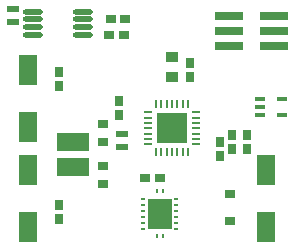
<source format=gtp>
G04 Layer_Color=8421504*
%FSLAX25Y25*%
%MOIN*%
G70*
G01*
G75*
%ADD10R,0.03937X0.01969*%
%ADD11R,0.09449X0.02992*%
%ADD12R,0.07874X0.09843*%
%ADD13O,0.01575X0.00984*%
%ADD14O,0.00984X0.01575*%
G04:AMPARAMS|DCode=15|XSize=23.62mil|YSize=31.5mil|CornerRadius=0.59mil|HoleSize=0mil|Usage=FLASHONLY|Rotation=180.000|XOffset=0mil|YOffset=0mil|HoleType=Round|Shape=RoundedRectangle|*
%AMROUNDEDRECTD15*
21,1,0.02362,0.03032,0,0,180.0*
21,1,0.02244,0.03150,0,0,180.0*
1,1,0.00118,-0.01122,0.01516*
1,1,0.00118,0.01122,0.01516*
1,1,0.00118,0.01122,-0.01516*
1,1,0.00118,-0.01122,-0.01516*
%
%ADD15ROUNDEDRECTD15*%
G04:AMPARAMS|DCode=16|XSize=39.37mil|YSize=35.43mil|CornerRadius=0.89mil|HoleSize=0mil|Usage=FLASHONLY|Rotation=0.000|XOffset=0mil|YOffset=0mil|HoleType=Round|Shape=RoundedRectangle|*
%AMROUNDEDRECTD16*
21,1,0.03937,0.03366,0,0,0.0*
21,1,0.03760,0.03543,0,0,0.0*
1,1,0.00177,0.01880,-0.01683*
1,1,0.00177,-0.01880,-0.01683*
1,1,0.00177,-0.01880,0.01683*
1,1,0.00177,0.01880,0.01683*
%
%ADD16ROUNDEDRECTD16*%
G04:AMPARAMS|DCode=17|XSize=23.62mil|YSize=31.5mil|CornerRadius=0.59mil|HoleSize=0mil|Usage=FLASHONLY|Rotation=90.000|XOffset=0mil|YOffset=0mil|HoleType=Round|Shape=RoundedRectangle|*
%AMROUNDEDRECTD17*
21,1,0.02362,0.03032,0,0,90.0*
21,1,0.02244,0.03150,0,0,90.0*
1,1,0.00118,0.01516,0.01122*
1,1,0.00118,0.01516,-0.01122*
1,1,0.00118,-0.01516,-0.01122*
1,1,0.00118,-0.01516,0.01122*
%
%ADD17ROUNDEDRECTD17*%
G04:AMPARAMS|DCode=18|XSize=35.43mil|YSize=27.56mil|CornerRadius=0.69mil|HoleSize=0mil|Usage=FLASHONLY|Rotation=0.000|XOffset=0mil|YOffset=0mil|HoleType=Round|Shape=RoundedRectangle|*
%AMROUNDEDRECTD18*
21,1,0.03543,0.02618,0,0,0.0*
21,1,0.03406,0.02756,0,0,0.0*
1,1,0.00138,0.01703,-0.01309*
1,1,0.00138,-0.01703,-0.01309*
1,1,0.00138,-0.01703,0.01309*
1,1,0.00138,0.01703,0.01309*
%
%ADD18ROUNDEDRECTD18*%
%ADD19R,0.09843X0.09843*%
%ADD20O,0.00787X0.02953*%
%ADD21O,0.02953X0.00787*%
%ADD22R,0.10630X0.05906*%
%ADD23O,0.06693X0.01772*%
%ADD24R,0.03347X0.01575*%
%ADD25R,0.05906X0.09843*%
%ADD26R,0.03543X0.03150*%
D10*
X39800Y52231D02*
D03*
Y47900D02*
D03*
X3500Y93831D02*
D03*
Y89500D02*
D03*
D11*
X90480Y91500D02*
D03*
Y86500D02*
D03*
Y81500D02*
D03*
X75520Y81500D02*
D03*
Y86500D02*
D03*
Y91500D02*
D03*
D12*
X52500Y25500D02*
D03*
D13*
X46988Y20579D02*
D03*
Y22547D02*
D03*
Y24516D02*
D03*
Y26484D02*
D03*
Y28453D02*
D03*
Y30421D02*
D03*
X58012D02*
D03*
Y28453D02*
D03*
Y26484D02*
D03*
Y24516D02*
D03*
Y22547D02*
D03*
Y20579D02*
D03*
D14*
X51516Y32980D02*
D03*
X53484D02*
D03*
Y18020D02*
D03*
X51516D02*
D03*
D15*
X19000Y23638D02*
D03*
Y28362D02*
D03*
X72500Y44638D02*
D03*
Y49362D02*
D03*
X76500Y47138D02*
D03*
Y51862D02*
D03*
X81400Y47138D02*
D03*
Y51862D02*
D03*
X38900Y63062D02*
D03*
Y58338D02*
D03*
X62500Y75862D02*
D03*
Y71138D02*
D03*
X19000Y68138D02*
D03*
Y72862D02*
D03*
D16*
X56500Y77846D02*
D03*
Y71153D02*
D03*
D17*
X47638Y37500D02*
D03*
X52362D02*
D03*
X35638Y85000D02*
D03*
X40362D02*
D03*
X36138Y90500D02*
D03*
X40862D02*
D03*
D18*
X33500Y49547D02*
D03*
Y55453D02*
D03*
X33500Y41453D02*
D03*
Y35547D02*
D03*
D19*
X56500Y54000D02*
D03*
D20*
X51185Y61972D02*
D03*
X52957D02*
D03*
X54728D02*
D03*
X56500D02*
D03*
X58272D02*
D03*
X60043D02*
D03*
X61815D02*
D03*
Y46028D02*
D03*
X60043D02*
D03*
X58272D02*
D03*
X56500D02*
D03*
X54728D02*
D03*
X52957D02*
D03*
X51185D02*
D03*
D21*
X64472Y59315D02*
D03*
Y57543D02*
D03*
Y55772D02*
D03*
Y54000D02*
D03*
Y52228D02*
D03*
Y50457D02*
D03*
Y48685D02*
D03*
X48528D02*
D03*
Y50457D02*
D03*
Y52228D02*
D03*
Y54000D02*
D03*
Y55772D02*
D03*
Y57543D02*
D03*
Y59315D02*
D03*
D22*
X23500Y41232D02*
D03*
Y49500D02*
D03*
D23*
X26768Y85161D02*
D03*
Y87721D02*
D03*
Y90280D02*
D03*
Y92839D02*
D03*
X10232Y85161D02*
D03*
Y87721D02*
D03*
Y90280D02*
D03*
Y92839D02*
D03*
D24*
X93240Y63659D02*
D03*
Y58541D02*
D03*
X85760D02*
D03*
Y61100D02*
D03*
Y63659D02*
D03*
D25*
X8500Y54500D02*
D03*
Y73500D02*
D03*
Y21000D02*
D03*
Y40000D02*
D03*
X88000Y21000D02*
D03*
Y40000D02*
D03*
D26*
X75700Y23128D02*
D03*
Y32183D02*
D03*
M02*

</source>
